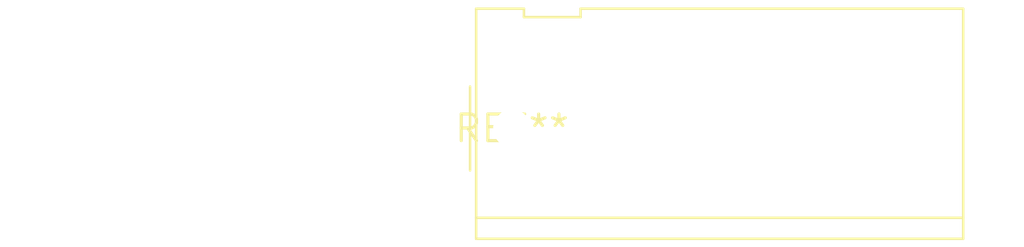
<source format=kicad_pcb>
(kicad_pcb (version 20240108) (generator pcbnew)
  (layers (0 "F.Cu" signal) (31 "B.Cu" signal) (34 "B.Paste" user) (35 "F.Paste" user) (36 "B.SilkS" user "B.Silkscreen") (37 "F.SilkS" user "F.Silkscreen") (38 "B.Mask" user) (39 "F.Mask" user) (44 "Edge.Cuts" user))
  (net 0 "")
  (footprint "Molex_KK-396_5273-06A_1x06_P3.96mm_Vertical" (layer "F.Cu") (at 0 0)
    (property "Reference" "REF**")
    (property "Value" "Molex_KK-396_5273-06A_1x06_P3.96mm_Vertical")
    (fp_line (start -2 -2) (end -2 2) (layer "F.SilkS") (stroke (width 0.12)))
    (fp_line (start -1.71 -5.71) (end 0.57 -5.71) (layer "F.SilkS") (stroke (width 0.12)))
    (fp_line (start -1.71 4.26) (end -1.71 -5.71) (layer "F.SilkS") (stroke (width 0.12)))
    (fp_line (start -1.71 4.26) (end 21.51 4.26) (layer "F.SilkS") (stroke (width 0.12)))
    (fp_line (start -1.71 5.26) (end -1.71 4.26) (layer "F.SilkS") (stroke (width 0.12)))
    (fp_line (start 0.57 -5.71) (end 0.57 -5.31) (layer "F.SilkS") (stroke (width 0.12)))
    (fp_line (start 0.57 -5.31) (end 3.27 -5.31) (layer "F.SilkS") (stroke (width 0.12)))
    (fp_line (start 3.27 -5.71) (end 21.51 -5.71) (layer "F.SilkS") (stroke (width 0.12)))
    (fp_line (start 3.27 -5.31) (end 3.27 -5.71) (layer "F.SilkS") (stroke (width 0.12)))
    (fp_line (start 21.51 -5.71) (end 21.51 5.26) (layer "F.SilkS") (stroke (width 0.12)))
    (fp_line (start 21.51 5.26) (end -1.71 5.26) (layer "F.SilkS") (stroke (width 0.12)))
    (pad "1" thru_hole roundrect (at 0 0) (size 3.16 4.2) (drill 1.8) (layers *.Cu *.Mask) (remove_unused_layers) (roundrect_rratio 0.079114))
    (pad "2" thru_hole oval (at 3.96 0) (size 3.16 4.2) (drill 1.8) (layers *.Cu *.Mask) (remove_unused_layers))
    (pad "3" thru_hole oval (at 7.92 0) (size 3.16 4.2) (drill 1.8) (layers *.Cu *.Mask) (remove_unused_layers))
    (pad "4" thru_hole oval (at 11.88 0) (size 3.16 4.2) (drill 1.8) (layers *.Cu *.Mask) (remove_unused_layers))
    (pad "5" thru_hole oval (at 15.84 0) (size 3.16 4.2) (drill 1.8) (layers *.Cu *.Mask) (remove_unused_layers))
    (pad "6" thru_hole oval (at 19.8 0) (size 3.16 4.2) (drill 1.8) (layers *.Cu *.Mask) (remove_unused_layers))
  )
)
</source>
